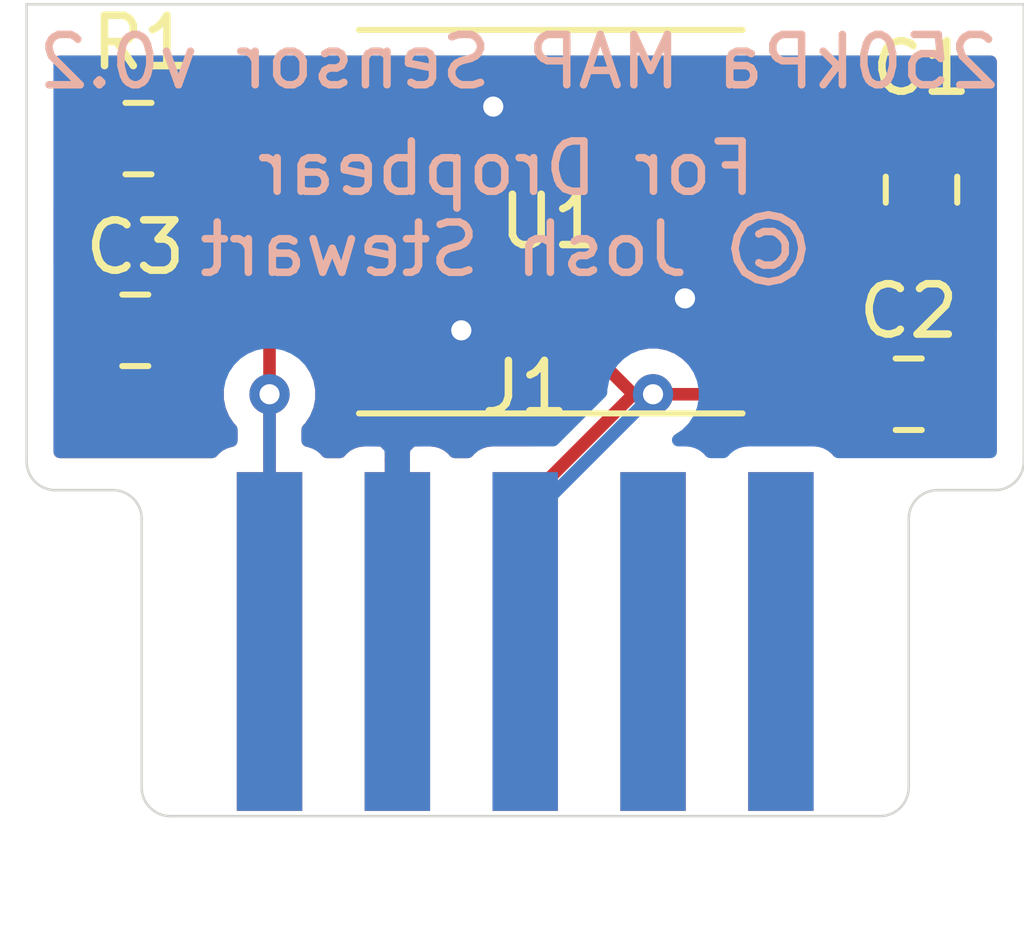
<source format=kicad_pcb>
(kicad_pcb (version 20171130) (host pcbnew "(5.1.9-0-10_14)")

  (general
    (thickness 1.6)
    (drawings 16)
    (tracks 34)
    (zones 0)
    (modules 6)
    (nets 13)
  )

  (page A4)
  (layers
    (0 F.Cu signal)
    (31 B.Cu signal)
    (32 B.Adhes user)
    (33 F.Adhes user)
    (34 B.Paste user)
    (35 F.Paste user)
    (36 B.SilkS user)
    (37 F.SilkS user)
    (38 B.Mask user)
    (39 F.Mask user)
    (40 Dwgs.User user)
    (41 Cmts.User user)
    (42 Eco1.User user)
    (43 Eco2.User user)
    (44 Edge.Cuts user)
    (45 Margin user)
    (46 B.CrtYd user)
    (47 F.CrtYd user)
    (48 B.Fab user)
    (49 F.Fab user)
  )

  (setup
    (last_trace_width 0.25)
    (trace_clearance 0.2)
    (zone_clearance 0.508)
    (zone_45_only no)
    (trace_min 0.2)
    (via_size 0.8)
    (via_drill 0.4)
    (via_min_size 0.4)
    (via_min_drill 0.3)
    (uvia_size 0.3)
    (uvia_drill 0.1)
    (uvias_allowed no)
    (uvia_min_size 0.2)
    (uvia_min_drill 0.1)
    (edge_width 0.05)
    (segment_width 0.2)
    (pcb_text_width 0.3)
    (pcb_text_size 1.5 1.5)
    (mod_edge_width 0.12)
    (mod_text_size 1 1)
    (mod_text_width 0.15)
    (pad_size 1.524 1.524)
    (pad_drill 0.762)
    (pad_to_mask_clearance 0.051)
    (solder_mask_min_width 0.25)
    (aux_axis_origin 0 0)
    (visible_elements FFFFFF7F)
    (pcbplotparams
      (layerselection 0x010fc_ffffffff)
      (usegerberextensions true)
      (usegerberattributes false)
      (usegerberadvancedattributes false)
      (creategerberjobfile false)
      (excludeedgelayer true)
      (linewidth 0.100000)
      (plotframeref false)
      (viasonmask false)
      (mode 1)
      (useauxorigin false)
      (hpglpennumber 1)
      (hpglpenspeed 20)
      (hpglpendiameter 15.000000)
      (psnegative false)
      (psa4output false)
      (plotreference true)
      (plotvalue true)
      (plotinvisibletext false)
      (padsonsilk false)
      (subtractmaskfromsilk false)
      (outputformat 1)
      (mirror false)
      (drillshape 0)
      (scaleselection 1)
      (outputdirectory "gerbers/"))
  )

  (net 0 "")
  (net 1 "Net-(J1-PadA5)")
  (net 2 GND)
  (net 3 "Net-(U1-Pad1)")
  (net 4 "Net-(U1-Pad5)")
  (net 5 "Net-(U1-Pad6)")
  (net 6 "Net-(U1-Pad7)")
  (net 7 "Net-(U1-Pad8)")
  (net 8 "Net-(J1-PadA4)")
  (net 9 "Net-(J1-PadB4)")
  (net 10 "Net-(J1-PadB5)")
  (net 11 "Net-(C1-Pad2)")
  (net 12 "Net-(C3-Pad2)")

  (net_class Default "This is the default net class."
    (clearance 0.2)
    (trace_width 0.25)
    (via_dia 0.8)
    (via_drill 0.4)
    (uvia_dia 0.3)
    (uvia_drill 0.1)
    (add_net GND)
    (add_net "Net-(C1-Pad2)")
    (add_net "Net-(C3-Pad2)")
    (add_net "Net-(J1-PadA4)")
    (add_net "Net-(J1-PadA5)")
    (add_net "Net-(J1-PadB4)")
    (add_net "Net-(J1-PadB5)")
    (add_net "Net-(U1-Pad1)")
    (add_net "Net-(U1-Pad5)")
    (add_net "Net-(U1-Pad6)")
    (add_net "Net-(U1-Pad7)")
    (add_net "Net-(U1-Pad8)")
  )

  (module Misc:Sullins_EBC05DRXN_2x05_P2.54mm_Edge (layer F.Cu) (tedit 5F5B1786) (tstamp 5F5B5676)
    (at 148.59 105.918)
    (descr "Highspeed card edge connector for PCB's with 05 contacts (not polarized)")
    (tags "conn samtec card-edge high-speed")
    (path /5F5D819F)
    (attr virtual)
    (fp_text reference J1 (at 5.08 -2.54) (layer F.SilkS)
      (effects (font (size 1 1) (thickness 0.15)))
    )
    (fp_text value EBC05DRXN_Card (at 1.27 7.62) (layer F.Fab)
      (effects (font (size 1 1) (thickness 0.15)))
    )
    (fp_line (start -2.54 4.826) (end -2.54 -0.888) (layer B.CrtYd) (width 0.12))
    (fp_line (start 12.7 4.826) (end 12.7 -0.889) (layer B.CrtYd) (width 0.12))
    (fp_line (start -2.54 -0.888) (end 12.7 -0.889) (layer B.CrtYd) (width 0.12))
    (fp_line (start -1.524 5.842) (end 11.684 5.842) (layer B.CrtYd) (width 0.12))
    (fp_line (start -2.54 -0.888) (end 12.7 -0.889) (layer F.CrtYd) (width 0.12))
    (fp_line (start 12.7 4.826) (end 12.7 -0.889) (layer F.CrtYd) (width 0.12))
    (fp_line (start -2.54 4.826) (end -2.54 -0.888) (layer F.CrtYd) (width 0.12))
    (fp_line (start -1.524 5.842) (end 11.684 5.842) (layer F.CrtYd) (width 0.12))
    (fp_arc (start -1.524 4.826) (end -2.54 4.826) (angle -90) (layer B.CrtYd) (width 0.12))
    (fp_arc (start -1.524 4.826) (end -2.54 4.826) (angle -90) (layer F.CrtYd) (width 0.12))
    (fp_arc (start 11.684 4.826) (end 11.684 5.842) (angle -90) (layer B.CrtYd) (width 0.12))
    (fp_arc (start 11.684 4.826) (end 11.684 5.842) (angle -90) (layer F.CrtYd) (width 0.12))
    (fp_text user %R (at 5.08 -2.54) (layer F.Fab)
      (effects (font (size 1 1) (thickness 0.15)))
    )
    (pad B5 connect rect (at 10.16 2.5) (size 1.3 6.73) (layers B.Cu)
      (net 10 "Net-(J1-PadB5)"))
    (pad B4 connect rect (at 7.62 2.5) (size 1.3 6.73) (layers B.Cu)
      (net 9 "Net-(J1-PadB4)"))
    (pad B3 connect rect (at 5.08 2.5) (size 1.3 6.73) (layers B.Cu)
      (net 11 "Net-(C1-Pad2)"))
    (pad B2 connect rect (at 2.54 2.5) (size 1.3 6.73) (layers B.Cu)
      (net 2 GND))
    (pad B1 connect rect (at 0 2.5) (size 1.3 6.73) (layers B.Cu)
      (net 12 "Net-(C3-Pad2)"))
    (pad A1 connect rect (at 0 2.5) (size 1.3 6.73) (layers F.Cu)
      (net 12 "Net-(C3-Pad2)"))
    (pad A2 connect rect (at 2.54 2.5) (size 1.3 6.73) (layers F.Cu)
      (net 2 GND))
    (pad A3 connect rect (at 5.08 2.5) (size 1.3 6.73) (layers F.Cu)
      (net 11 "Net-(C1-Pad2)"))
    (pad A4 connect rect (at 7.62 2.5) (size 1.3 6.73) (layers F.Cu)
      (net 8 "Net-(J1-PadA4)"))
    (pad A5 connect rect (at 10.16 2.5) (size 1.3 6.73) (layers F.Cu)
      (net 1 "Net-(J1-PadA5)"))
  )

  (module Misc:MPXH6250AC6U (layer F.Cu) (tedit 5D9D68AD) (tstamp 5F5B55C3)
    (at 154.178 100.076)
    (descr "SSOP, 8 Pin (http://www.fujitsu.com/ca/en/Images/MB85RS2MT-DS501-00023-1v0-E.pdf), generated with kicad-footprint-generator ipc_gullwing_generator.py")
    (tags "SSOP SO")
    (path /5F5BB035)
    (attr smd)
    (fp_text reference U1 (at 0 0) (layer F.SilkS)
      (effects (font (size 1 1) (thickness 0.15)))
    )
    (fp_text value MPXH6250AC6U (at 0 5.08) (layer F.Fab)
      (effects (font (size 1 1) (thickness 0.15)))
    )
    (fp_line (start 0 2.73) (end 0 2.73) (layer B.Fab) (width 0.12))
    (fp_line (start 0 3.81) (end 3.81 3.81) (layer F.SilkS) (width 0.12))
    (fp_line (start 0 3.81) (end -3.81 3.81) (layer F.SilkS) (width 0.12))
    (fp_line (start 0 -3.81) (end 3.81 -3.81) (layer F.SilkS) (width 0.12))
    (fp_line (start 0 -3.81) (end -3.81 -3.81) (layer F.SilkS) (width 0.12))
    (fp_line (start -2.81 -3.81) (end 3.81 -3.81) (layer F.Fab) (width 0.1))
    (fp_line (start 3.81 -3.81) (end 3.81 3.81) (layer F.Fab) (width 0.1))
    (fp_line (start 3.81 3.81) (end -3.81 3.81) (layer F.Fab) (width 0.1))
    (fp_line (start -3.81 3.81) (end -3.81 -2.81) (layer F.Fab) (width 0.1))
    (fp_line (start -3.81 -2.81) (end -2.81 -3.81) (layer F.Fab) (width 0.1))
    (fp_line (start -4.73 -3.81) (end -4.73 3.81) (layer F.CrtYd) (width 0.05))
    (fp_line (start -4.73 3.81) (end 4.73 3.81) (layer F.CrtYd) (width 0.05))
    (fp_line (start 4.73 3.81) (end 4.73 -3.81) (layer F.CrtYd) (width 0.05))
    (fp_line (start 4.73 -3.81) (end -4.73 -3.81) (layer F.CrtYd) (width 0.05))
    (fp_text user %R (at 0 0) (layer F.Fab)
      (effects (font (size 1 1) (thickness 0.15)))
    )
    (pad 1 smd roundrect (at -5.08 -1.905) (size 1.725 0.6) (layers F.Cu F.Paste F.Mask) (roundrect_rratio 0.25)
      (net 3 "Net-(U1-Pad1)"))
    (pad 2 smd roundrect (at -5.08 -0.635) (size 1.725 0.6) (layers F.Cu F.Paste F.Mask) (roundrect_rratio 0.25)
      (net 11 "Net-(C1-Pad2)"))
    (pad 3 smd roundrect (at -5.08 0.635) (size 1.725 0.6) (layers F.Cu F.Paste F.Mask) (roundrect_rratio 0.25)
      (net 2 GND))
    (pad 4 smd roundrect (at -5.08 1.905) (size 1.725 0.6) (layers F.Cu F.Paste F.Mask) (roundrect_rratio 0.25)
      (net 12 "Net-(C3-Pad2)"))
    (pad 5 smd roundrect (at 5.08 1.905) (size 1.725 0.6) (layers F.Cu F.Paste F.Mask) (roundrect_rratio 0.25)
      (net 4 "Net-(U1-Pad5)"))
    (pad 6 smd roundrect (at 5.08 0.635) (size 1.725 0.6) (layers F.Cu F.Paste F.Mask) (roundrect_rratio 0.25)
      (net 5 "Net-(U1-Pad6)"))
    (pad 7 smd roundrect (at 5.08 -0.635) (size 1.725 0.6) (layers F.Cu F.Paste F.Mask) (roundrect_rratio 0.25)
      (net 6 "Net-(U1-Pad7)"))
    (pad 8 smd roundrect (at 5.1 -1.905) (size 1.725 0.6) (layers F.Cu F.Paste F.Mask) (roundrect_rratio 0.25)
      (net 7 "Net-(U1-Pad8)"))
    (model ${KISYS3DMOD}/Package_SO.3dshapes/SSOP-8_5.25x5.24mm_P1.27mm.wrl
      (at (xyz 0 0 0))
      (scale (xyz 1 1 1))
      (rotate (xyz 0 0 0))
    )
  )

  (module Capacitor_SMD:C_0805_2012Metric (layer F.Cu) (tedit 5B36C52B) (tstamp 5F5B644C)
    (at 161.544 99.441 270)
    (descr "Capacitor SMD 0805 (2012 Metric), square (rectangular) end terminal, IPC_7351 nominal, (Body size source: https://docs.google.com/spreadsheets/d/1BsfQQcO9C6DZCsRaXUlFlo91Tg2WpOkGARC1WS5S8t0/edit?usp=sharing), generated with kicad-footprint-generator")
    (tags capacitor)
    (path /5DA923B8)
    (attr smd)
    (fp_text reference C1 (at -2.413 0 180) (layer F.SilkS)
      (effects (font (size 1 1) (thickness 0.15)))
    )
    (fp_text value 0.01uF (at 0 1.65 90) (layer F.Fab)
      (effects (font (size 1 1) (thickness 0.15)))
    )
    (fp_line (start -1 0.6) (end -1 -0.6) (layer F.Fab) (width 0.1))
    (fp_line (start -1 -0.6) (end 1 -0.6) (layer F.Fab) (width 0.1))
    (fp_line (start 1 -0.6) (end 1 0.6) (layer F.Fab) (width 0.1))
    (fp_line (start 1 0.6) (end -1 0.6) (layer F.Fab) (width 0.1))
    (fp_line (start -0.258578 -0.71) (end 0.258578 -0.71) (layer F.SilkS) (width 0.12))
    (fp_line (start -0.258578 0.71) (end 0.258578 0.71) (layer F.SilkS) (width 0.12))
    (fp_line (start -1.68 0.95) (end -1.68 -0.95) (layer F.CrtYd) (width 0.05))
    (fp_line (start -1.68 -0.95) (end 1.68 -0.95) (layer F.CrtYd) (width 0.05))
    (fp_line (start 1.68 -0.95) (end 1.68 0.95) (layer F.CrtYd) (width 0.05))
    (fp_line (start 1.68 0.95) (end -1.68 0.95) (layer F.CrtYd) (width 0.05))
    (fp_text user %R (at 0 0 90) (layer F.Fab)
      (effects (font (size 0.5 0.5) (thickness 0.08)))
    )
    (pad 1 smd roundrect (at -0.9375 0 270) (size 0.975 1.4) (layers F.Cu F.Paste F.Mask) (roundrect_rratio 0.25)
      (net 2 GND))
    (pad 2 smd roundrect (at 0.9375 0 270) (size 0.975 1.4) (layers F.Cu F.Paste F.Mask) (roundrect_rratio 0.25)
      (net 11 "Net-(C1-Pad2)"))
    (model ${KISYS3DMOD}/Capacitor_SMD.3dshapes/C_0805_2012Metric.wrl
      (at (xyz 0 0 0))
      (scale (xyz 1 1 1))
      (rotate (xyz 0 0 0))
    )
  )

  (module Capacitor_SMD:C_0805_2012Metric (layer F.Cu) (tedit 5B36C52B) (tstamp 5F5B5FE0)
    (at 161.29 103.505 180)
    (descr "Capacitor SMD 0805 (2012 Metric), square (rectangular) end terminal, IPC_7351 nominal, (Body size source: https://docs.google.com/spreadsheets/d/1BsfQQcO9C6DZCsRaXUlFlo91Tg2WpOkGARC1WS5S8t0/edit?usp=sharing), generated with kicad-footprint-generator")
    (tags capacitor)
    (path /5DA923B9)
    (attr smd)
    (fp_text reference C2 (at 0 1.651) (layer F.SilkS)
      (effects (font (size 1 1) (thickness 0.15)))
    )
    (fp_text value 1uF (at 0 1.65) (layer F.Fab)
      (effects (font (size 1 1) (thickness 0.15)))
    )
    (fp_line (start 1.68 0.95) (end -1.68 0.95) (layer F.CrtYd) (width 0.05))
    (fp_line (start 1.68 -0.95) (end 1.68 0.95) (layer F.CrtYd) (width 0.05))
    (fp_line (start -1.68 -0.95) (end 1.68 -0.95) (layer F.CrtYd) (width 0.05))
    (fp_line (start -1.68 0.95) (end -1.68 -0.95) (layer F.CrtYd) (width 0.05))
    (fp_line (start -0.258578 0.71) (end 0.258578 0.71) (layer F.SilkS) (width 0.12))
    (fp_line (start -0.258578 -0.71) (end 0.258578 -0.71) (layer F.SilkS) (width 0.12))
    (fp_line (start 1 0.6) (end -1 0.6) (layer F.Fab) (width 0.1))
    (fp_line (start 1 -0.6) (end 1 0.6) (layer F.Fab) (width 0.1))
    (fp_line (start -1 -0.6) (end 1 -0.6) (layer F.Fab) (width 0.1))
    (fp_line (start -1 0.6) (end -1 -0.6) (layer F.Fab) (width 0.1))
    (fp_text user %R (at 0 0) (layer F.Fab)
      (effects (font (size 0.5 0.5) (thickness 0.08)))
    )
    (pad 2 smd roundrect (at 0.9375 0 180) (size 0.975 1.4) (layers F.Cu F.Paste F.Mask) (roundrect_rratio 0.25)
      (net 11 "Net-(C1-Pad2)"))
    (pad 1 smd roundrect (at -0.9375 0 180) (size 0.975 1.4) (layers F.Cu F.Paste F.Mask) (roundrect_rratio 0.25)
      (net 2 GND))
    (model ${KISYS3DMOD}/Capacitor_SMD.3dshapes/C_0805_2012Metric.wrl
      (at (xyz 0 0 0))
      (scale (xyz 1 1 1))
      (rotate (xyz 0 0 0))
    )
  )

  (module Capacitor_SMD:C_0805_2012Metric (layer F.Cu) (tedit 5B36C52B) (tstamp 5F5B5FF1)
    (at 145.923 102.235)
    (descr "Capacitor SMD 0805 (2012 Metric), square (rectangular) end terminal, IPC_7351 nominal, (Body size source: https://docs.google.com/spreadsheets/d/1BsfQQcO9C6DZCsRaXUlFlo91Tg2WpOkGARC1WS5S8t0/edit?usp=sharing), generated with kicad-footprint-generator")
    (tags capacitor)
    (path /5DA923F3)
    (attr smd)
    (fp_text reference C3 (at 0 -1.65) (layer F.SilkS)
      (effects (font (size 1 1) (thickness 0.15)))
    )
    (fp_text value 47pF (at 0 1.65) (layer F.Fab)
      (effects (font (size 1 1) (thickness 0.15)))
    )
    (fp_line (start -1 0.6) (end -1 -0.6) (layer F.Fab) (width 0.1))
    (fp_line (start -1 -0.6) (end 1 -0.6) (layer F.Fab) (width 0.1))
    (fp_line (start 1 -0.6) (end 1 0.6) (layer F.Fab) (width 0.1))
    (fp_line (start 1 0.6) (end -1 0.6) (layer F.Fab) (width 0.1))
    (fp_line (start -0.258578 -0.71) (end 0.258578 -0.71) (layer F.SilkS) (width 0.12))
    (fp_line (start -0.258578 0.71) (end 0.258578 0.71) (layer F.SilkS) (width 0.12))
    (fp_line (start -1.68 0.95) (end -1.68 -0.95) (layer F.CrtYd) (width 0.05))
    (fp_line (start -1.68 -0.95) (end 1.68 -0.95) (layer F.CrtYd) (width 0.05))
    (fp_line (start 1.68 -0.95) (end 1.68 0.95) (layer F.CrtYd) (width 0.05))
    (fp_line (start 1.68 0.95) (end -1.68 0.95) (layer F.CrtYd) (width 0.05))
    (fp_text user %R (at 0 0) (layer F.Fab)
      (effects (font (size 0.5 0.5) (thickness 0.08)))
    )
    (pad 1 smd roundrect (at -0.9375 0) (size 0.975 1.4) (layers F.Cu F.Paste F.Mask) (roundrect_rratio 0.25)
      (net 2 GND))
    (pad 2 smd roundrect (at 0.9375 0) (size 0.975 1.4) (layers F.Cu F.Paste F.Mask) (roundrect_rratio 0.25)
      (net 12 "Net-(C3-Pad2)"))
    (model ${KISYS3DMOD}/Capacitor_SMD.3dshapes/C_0805_2012Metric.wrl
      (at (xyz 0 0 0))
      (scale (xyz 1 1 1))
      (rotate (xyz 0 0 0))
    )
  )

  (module Resistor_SMD:R_0805_2012Metric (layer F.Cu) (tedit 5B36C52B) (tstamp 5F5B6002)
    (at 145.9865 98.425 180)
    (descr "Resistor SMD 0805 (2012 Metric), square (rectangular) end terminal, IPC_7351 nominal, (Body size source: https://docs.google.com/spreadsheets/d/1BsfQQcO9C6DZCsRaXUlFlo91Tg2WpOkGARC1WS5S8t0/edit?usp=sharing), generated with kicad-footprint-generator")
    (tags resistor)
    (path /5DA923F4)
    (attr smd)
    (fp_text reference R1 (at -0.0635 1.905) (layer F.SilkS)
      (effects (font (size 1 1) (thickness 0.15)))
    )
    (fp_text value 51K (at 0 1.65) (layer F.Fab)
      (effects (font (size 1 1) (thickness 0.15)))
    )
    (fp_line (start -1 0.6) (end -1 -0.6) (layer F.Fab) (width 0.1))
    (fp_line (start -1 -0.6) (end 1 -0.6) (layer F.Fab) (width 0.1))
    (fp_line (start 1 -0.6) (end 1 0.6) (layer F.Fab) (width 0.1))
    (fp_line (start 1 0.6) (end -1 0.6) (layer F.Fab) (width 0.1))
    (fp_line (start -0.258578 -0.71) (end 0.258578 -0.71) (layer F.SilkS) (width 0.12))
    (fp_line (start -0.258578 0.71) (end 0.258578 0.71) (layer F.SilkS) (width 0.12))
    (fp_line (start -1.68 0.95) (end -1.68 -0.95) (layer F.CrtYd) (width 0.05))
    (fp_line (start -1.68 -0.95) (end 1.68 -0.95) (layer F.CrtYd) (width 0.05))
    (fp_line (start 1.68 -0.95) (end 1.68 0.95) (layer F.CrtYd) (width 0.05))
    (fp_line (start 1.68 0.95) (end -1.68 0.95) (layer F.CrtYd) (width 0.05))
    (fp_text user %R (at 0 0) (layer F.Fab)
      (effects (font (size 0.5 0.5) (thickness 0.08)))
    )
    (pad 1 smd roundrect (at -0.9375 0 180) (size 0.975 1.4) (layers F.Cu F.Paste F.Mask) (roundrect_rratio 0.25)
      (net 12 "Net-(C3-Pad2)"))
    (pad 2 smd roundrect (at 0.9375 0 180) (size 0.975 1.4) (layers F.Cu F.Paste F.Mask) (roundrect_rratio 0.25)
      (net 2 GND))
    (model ${KISYS3DMOD}/Resistor_SMD.3dshapes/R_0805_2012Metric.wrl
      (at (xyz 0 0 0))
      (scale (xyz 1 1 1))
      (rotate (xyz 0 0 0))
    )
  )

  (gr_text "For Dropbear\n© Josh Stewart" (at 153.289 99.822) (layer B.SilkS)
    (effects (font (size 1 1) (thickness 0.15)) (justify mirror))
  )
  (gr_text "250kPa MAP Sensor v0.2" (at 153.543 96.901) (layer B.SilkS)
    (effects (font (size 1 1) (thickness 0.15)) (justify mirror))
  )
  (gr_arc (start 144.3355 104.8385) (end 143.764 104.8385) (angle -90) (layer Edge.Cuts) (width 0.05) (tstamp 5F5B5F16))
  (gr_arc (start 145.4785 105.9815) (end 146.05 105.9815) (angle -90) (layer Edge.Cuts) (width 0.05) (tstamp 5F5B5EF3))
  (gr_arc (start 146.6215 111.3155) (end 146.05 111.3155) (angle -90) (layer Edge.Cuts) (width 0.05) (tstamp 5F5B5BD2))
  (gr_arc (start 163.0045 104.8385) (end 163.0045 105.41) (angle -90) (layer Edge.Cuts) (width 0.05) (tstamp 5F5B5BC8))
  (gr_arc (start 161.8615 105.9815) (end 161.8615 105.41) (angle -90) (layer Edge.Cuts) (width 0.05) (tstamp 5F5B5BA5))
  (gr_arc (start 160.7185 111.3155) (end 160.7185 111.887) (angle -90) (layer Edge.Cuts) (width 0.05))
  (gr_line (start 143.764 95.758) (end 143.764 104.8385) (layer Edge.Cuts) (width 0.05) (tstamp 5F5B5615))
  (gr_line (start 163.576 95.758) (end 143.764 95.758) (layer Edge.Cuts) (width 0.05))
  (gr_line (start 163.576 104.8385) (end 163.576 95.758) (layer Edge.Cuts) (width 0.05))
  (gr_line (start 161.8615 105.41) (end 163.0045 105.41) (layer Edge.Cuts) (width 0.05))
  (gr_line (start 161.29 111.3155) (end 161.29 105.9815) (layer Edge.Cuts) (width 0.05))
  (gr_line (start 146.6215 111.887) (end 160.7185 111.887) (layer Edge.Cuts) (width 0.05))
  (gr_line (start 146.05 105.9815) (end 146.05 111.3155) (layer Edge.Cuts) (width 0.05))
  (gr_line (start 144.3355 105.41) (end 145.4785 105.41) (layer Edge.Cuts) (width 0.05))

  (segment (start 151.13 104.803) (end 151.13 108.418) (width 0.5) (layer F.Cu) (net 2))
  (segment (start 151.13 101.6) (end 151.13 104.803) (width 0.5) (layer F.Cu) (net 2))
  (segment (start 150.495 100.965) (end 151.13 101.6) (width 0.5) (layer F.Cu) (net 2))
  (segment (start 149.352 100.965) (end 150.495 100.965) (width 0.5) (layer F.Cu) (net 2))
  (segment (start 149.098 100.711) (end 149.352 100.965) (width 0.5) (layer F.Cu) (net 2))
  (via (at 153.035 97.79) (size 0.8) (drill 0.4) (layers F.Cu B.Cu) (net 2))
  (via (at 156.845 101.6) (size 0.8) (drill 0.4) (layers F.Cu B.Cu) (net 2))
  (via (at 152.4 102.235) (size 0.8) (drill 0.4) (layers F.Cu B.Cu) (net 2))
  (segment (start 152.4 102.235) (end 152.4 102.87) (width 0.5) (layer B.Cu) (net 2))
  (segment (start 151.13 104.14) (end 151.13 108.418) (width 0.5) (layer B.Cu) (net 2))
  (segment (start 152.4 102.87) (end 151.13 104.14) (width 0.5) (layer B.Cu) (net 2))
  (segment (start 153.67 105.653) (end 153.67 108.418) (width 0.25) (layer F.Cu) (net 11))
  (segment (start 155.818 103.505) (end 153.67 105.653) (width 0.25) (layer F.Cu) (net 11))
  (segment (start 160.3525 103.505) (end 156.21 103.505) (width 0.25) (layer F.Cu) (net 11))
  (segment (start 151.754 99.441) (end 150.0605 99.441) (width 0.25) (layer F.Cu) (net 11))
  (segment (start 150.0605 99.441) (end 149.098 99.441) (width 0.25) (layer F.Cu) (net 11))
  (segment (start 155.818 103.505) (end 151.754 99.441) (width 0.25) (layer F.Cu) (net 11))
  (segment (start 156.21 103.505) (end 155.818 103.505) (width 0.25) (layer F.Cu) (net 11) (tstamp 5F5B6398))
  (via (at 156.21 103.505) (size 0.8) (drill 0.4) (layers F.Cu B.Cu) (net 11))
  (segment (start 153.67 106.045) (end 153.67 108.418) (width 0.25) (layer B.Cu) (net 11))
  (segment (start 156.21 103.505) (end 153.67 106.045) (width 0.25) (layer B.Cu) (net 11))
  (segment (start 160.908737 102.948763) (end 160.3525 103.505) (width 0.25) (layer F.Cu) (net 11))
  (segment (start 160.987763 102.869737) (end 160.908737 102.948763) (width 0.25) (layer F.Cu) (net 11))
  (segment (start 160.987763 100.934737) (end 160.987763 102.869737) (width 0.25) (layer F.Cu) (net 11))
  (segment (start 161.544 100.3785) (end 160.987763 100.934737) (width 0.25) (layer F.Cu) (net 11))
  (segment (start 146.924 102.1715) (end 146.8605 102.235) (width 0.25) (layer F.Cu) (net 12))
  (segment (start 146.924 98.425) (end 146.924 102.1715) (width 0.25) (layer F.Cu) (net 12))
  (segment (start 148.844 102.235) (end 149.098 101.981) (width 0.25) (layer F.Cu) (net 12))
  (segment (start 146.8605 102.235) (end 148.844 102.235) (width 0.25) (layer F.Cu) (net 12))
  (segment (start 148.59 102.489) (end 148.59 103.505) (width 0.25) (layer F.Cu) (net 12))
  (segment (start 149.098 101.981) (end 148.59 102.489) (width 0.25) (layer F.Cu) (net 12))
  (segment (start 148.59 103.505) (end 148.59 108.418) (width 0.25) (layer F.Cu) (net 12) (tstamp 5F5B6376))
  (via (at 148.59 103.505) (size 0.8) (drill 0.4) (layers F.Cu B.Cu) (net 12))
  (segment (start 148.59 103.505) (end 148.59 108.418) (width 0.25) (layer B.Cu) (net 12))

  (zone (net 2) (net_name GND) (layer F.Cu) (tstamp 6167B6C7) (hatch edge 0.508)
    (connect_pads (clearance 0.508))
    (min_thickness 0.254)
    (fill yes (arc_segments 32) (thermal_gap 0.508) (thermal_bridge_width 0.508))
    (polygon
      (pts
        (xy 163.195 96.774) (xy 144.145 96.774) (xy 144.145 104.775) (xy 163.195 104.775)
      )
    )
    (filled_polygon
      (pts
        (xy 162.916 102.2024) (xy 162.839482 102.179188) (xy 162.715 102.166928) (xy 162.51325 102.17) (xy 162.3545 102.32875)
        (xy 162.3545 103.378) (xy 162.3745 103.378) (xy 162.3745 103.632) (xy 162.3545 103.632) (xy 162.3545 103.652)
        (xy 162.1005 103.652) (xy 162.1005 103.632) (xy 162.0805 103.632) (xy 162.0805 103.378) (xy 162.1005 103.378)
        (xy 162.1005 102.32875) (xy 161.94175 102.17) (xy 161.747763 102.167046) (xy 161.747763 101.504072) (xy 162.00025 101.504072)
        (xy 162.172285 101.487128) (xy 162.337709 101.436947) (xy 162.490164 101.355458) (xy 162.623792 101.245792) (xy 162.733458 101.112164)
        (xy 162.814947 100.959709) (xy 162.865128 100.794285) (xy 162.882072 100.62225) (xy 162.882072 100.13475) (xy 162.865128 99.962715)
        (xy 162.814947 99.797291) (xy 162.733458 99.644836) (xy 162.623792 99.511208) (xy 162.617436 99.505992) (xy 162.695185 99.442185)
        (xy 162.774537 99.345494) (xy 162.833502 99.23518) (xy 162.869812 99.115482) (xy 162.882072 98.991) (xy 162.879 98.78925)
        (xy 162.72025 98.6305) (xy 161.671 98.6305) (xy 161.671 98.6505) (xy 161.417 98.6505) (xy 161.417 98.6305)
        (xy 161.397 98.6305) (xy 161.397 98.3765) (xy 161.417 98.3765) (xy 161.417 97.53975) (xy 161.671 97.53975)
        (xy 161.671 98.3765) (xy 162.72025 98.3765) (xy 162.879 98.21775) (xy 162.882072 98.016) (xy 162.869812 97.891518)
        (xy 162.833502 97.77182) (xy 162.774537 97.661506) (xy 162.695185 97.564815) (xy 162.598494 97.485463) (xy 162.48818 97.426498)
        (xy 162.368482 97.390188) (xy 162.244 97.377928) (xy 161.82975 97.381) (xy 161.671 97.53975) (xy 161.417 97.53975)
        (xy 161.25825 97.381) (xy 160.844 97.377928) (xy 160.719518 97.390188) (xy 160.59982 97.426498) (xy 160.540801 97.458045)
        (xy 160.428329 97.365742) (xy 160.292082 97.292916) (xy 160.144245 97.248071) (xy 159.9905 97.232928) (xy 158.5655 97.232928)
        (xy 158.411755 97.248071) (xy 158.263918 97.292916) (xy 158.127671 97.365742) (xy 158.008249 97.463749) (xy 157.910242 97.583171)
        (xy 157.837416 97.719418) (xy 157.792571 97.867255) (xy 157.777428 98.021) (xy 157.777428 98.321) (xy 157.792571 98.474745)
        (xy 157.837416 98.622582) (xy 157.910242 98.758829) (xy 157.938954 98.793815) (xy 157.890242 98.853171) (xy 157.817416 98.989418)
        (xy 157.772571 99.137255) (xy 157.757428 99.291) (xy 157.757428 99.591) (xy 157.772571 99.744745) (xy 157.817416 99.892582)
        (xy 157.890242 100.028829) (xy 157.928954 100.076) (xy 157.890242 100.123171) (xy 157.817416 100.259418) (xy 157.772571 100.407255)
        (xy 157.757428 100.561) (xy 157.757428 100.861) (xy 157.772571 101.014745) (xy 157.817416 101.162582) (xy 157.890242 101.298829)
        (xy 157.928954 101.346) (xy 157.890242 101.393171) (xy 157.817416 101.529418) (xy 157.772571 101.677255) (xy 157.757428 101.831)
        (xy 157.757428 102.131) (xy 157.772571 102.284745) (xy 157.817416 102.432582) (xy 157.890242 102.568829) (xy 157.988249 102.688251)
        (xy 158.057398 102.745) (xy 156.913711 102.745) (xy 156.869774 102.701063) (xy 156.700256 102.587795) (xy 156.511898 102.509774)
        (xy 156.311939 102.47) (xy 156.108061 102.47) (xy 155.908102 102.509774) (xy 155.900659 102.512857) (xy 152.317804 98.930003)
        (xy 152.294001 98.900999) (xy 152.178276 98.806026) (xy 152.046247 98.735454) (xy 151.902986 98.691997) (xy 151.791333 98.681)
        (xy 151.791322 98.681) (xy 151.754 98.677324) (xy 151.716678 98.681) (xy 150.507359 98.681) (xy 150.538584 98.622582)
        (xy 150.583429 98.474745) (xy 150.598572 98.321) (xy 150.598572 98.021) (xy 150.583429 97.867255) (xy 150.538584 97.719418)
        (xy 150.465758 97.583171) (xy 150.367751 97.463749) (xy 150.248329 97.365742) (xy 150.112082 97.292916) (xy 149.964245 97.248071)
        (xy 149.8105 97.232928) (xy 148.3855 97.232928) (xy 148.231755 97.248071) (xy 148.083918 97.292916) (xy 147.947671 97.365742)
        (xy 147.864297 97.434165) (xy 147.791292 97.345208) (xy 147.657664 97.235542) (xy 147.505209 97.154053) (xy 147.339785 97.103872)
        (xy 147.16775 97.086928) (xy 146.68025 97.086928) (xy 146.508215 97.103872) (xy 146.342791 97.154053) (xy 146.190336 97.235542)
        (xy 146.056708 97.345208) (xy 146.051492 97.351564) (xy 145.987685 97.273815) (xy 145.890994 97.194463) (xy 145.78068 97.135498)
        (xy 145.660982 97.099188) (xy 145.5365 97.086928) (xy 145.33475 97.09) (xy 145.176 97.24875) (xy 145.176 98.298)
        (xy 145.196 98.298) (xy 145.196 98.552) (xy 145.176 98.552) (xy 145.176 99.60125) (xy 145.33475 99.76)
        (xy 145.5365 99.763072) (xy 145.660982 99.750812) (xy 145.78068 99.714502) (xy 145.890994 99.655537) (xy 145.987685 99.576185)
        (xy 146.051492 99.498436) (xy 146.056708 99.504792) (xy 146.164 99.592845) (xy 146.164001 101.025677) (xy 146.126836 101.045542)
        (xy 145.993208 101.155208) (xy 145.987992 101.161564) (xy 145.924185 101.083815) (xy 145.827494 101.004463) (xy 145.71718 100.945498)
        (xy 145.597482 100.909188) (xy 145.473 100.896928) (xy 145.27125 100.9) (xy 145.1125 101.05875) (xy 145.1125 102.108)
        (xy 145.1325 102.108) (xy 145.1325 102.362) (xy 145.1125 102.362) (xy 145.1125 103.41125) (xy 145.27125 103.57)
        (xy 145.473 103.573072) (xy 145.597482 103.560812) (xy 145.71718 103.524502) (xy 145.827494 103.465537) (xy 145.924185 103.386185)
        (xy 145.987992 103.308436) (xy 145.993208 103.314792) (xy 146.126836 103.424458) (xy 146.279291 103.505947) (xy 146.444715 103.556128)
        (xy 146.61675 103.573072) (xy 147.10425 103.573072) (xy 147.276285 103.556128) (xy 147.441709 103.505947) (xy 147.555 103.445392)
        (xy 147.555 103.606939) (xy 147.594774 103.806898) (xy 147.672795 103.995256) (xy 147.786063 104.164774) (xy 147.83 104.208711)
        (xy 147.83 104.425762) (xy 147.815518 104.427188) (xy 147.69582 104.463498) (xy 147.585506 104.522463) (xy 147.488815 104.601815)
        (xy 147.450912 104.648) (xy 144.424 104.648) (xy 144.424 103.565784) (xy 144.498 103.573072) (xy 144.69975 103.57)
        (xy 144.8585 103.41125) (xy 144.8585 102.362) (xy 144.8385 102.362) (xy 144.8385 102.108) (xy 144.8585 102.108)
        (xy 144.8585 101.05875) (xy 144.69975 100.9) (xy 144.498 100.896928) (xy 144.424 100.904216) (xy 144.424 99.746863)
        (xy 144.437018 99.750812) (xy 144.5615 99.763072) (xy 144.76325 99.76) (xy 144.922 99.60125) (xy 144.922 98.552)
        (xy 144.902 98.552) (xy 144.902 98.298) (xy 144.922 98.298) (xy 144.922 97.24875) (xy 144.76325 97.09)
        (xy 144.5615 97.086928) (xy 144.437018 97.099188) (xy 144.424 97.103137) (xy 144.424 96.901) (xy 162.916001 96.901)
      )
    )
    (filled_polygon
      (pts
        (xy 154.743198 103.505) (xy 153.833271 104.414928) (xy 153.02 104.414928) (xy 152.895518 104.427188) (xy 152.77582 104.463498)
        (xy 152.665506 104.522463) (xy 152.568815 104.601815) (xy 152.530912 104.648) (xy 152.269088 104.648) (xy 152.231185 104.601815)
        (xy 152.134494 104.522463) (xy 152.02418 104.463498) (xy 151.904482 104.427188) (xy 151.78 104.414928) (xy 151.41575 104.418)
        (xy 151.257 104.57675) (xy 151.257 104.648) (xy 151.003 104.648) (xy 151.003 104.57675) (xy 150.84425 104.418)
        (xy 150.48 104.414928) (xy 150.355518 104.427188) (xy 150.23582 104.463498) (xy 150.125506 104.522463) (xy 150.028815 104.601815)
        (xy 149.990912 104.648) (xy 149.729088 104.648) (xy 149.691185 104.601815) (xy 149.594494 104.522463) (xy 149.48418 104.463498)
        (xy 149.364482 104.427188) (xy 149.35 104.425762) (xy 149.35 104.208711) (xy 149.393937 104.164774) (xy 149.507205 103.995256)
        (xy 149.585226 103.806898) (xy 149.625 103.606939) (xy 149.625 103.403061) (xy 149.585226 103.203102) (xy 149.507205 103.014744)
        (xy 149.443279 102.919072) (xy 149.8105 102.919072) (xy 149.964245 102.903929) (xy 150.112082 102.859084) (xy 150.248329 102.786258)
        (xy 150.367751 102.688251) (xy 150.465758 102.568829) (xy 150.538584 102.432582) (xy 150.583429 102.284745) (xy 150.598572 102.131)
        (xy 150.598572 101.831) (xy 150.583429 101.677255) (xy 150.538584 101.529418) (xy 150.46677 101.395064) (xy 150.491037 101.365494)
        (xy 150.550002 101.25518) (xy 150.586312 101.135482) (xy 150.598572 101.011) (xy 150.5955 100.99675) (xy 150.43675 100.838)
        (xy 149.225 100.838) (xy 149.225 100.858) (xy 148.971 100.858) (xy 148.971 100.838) (xy 148.951 100.838)
        (xy 148.951 100.584) (xy 148.971 100.584) (xy 148.971 100.564) (xy 149.225 100.564) (xy 149.225 100.584)
        (xy 150.43675 100.584) (xy 150.5955 100.42525) (xy 150.598572 100.411) (xy 150.586312 100.286518) (xy 150.56037 100.201)
        (xy 151.439199 100.201)
      )
    )
  )
  (zone (net 2) (net_name GND) (layer B.Cu) (tstamp 6167B6C4) (hatch edge 0.508)
    (connect_pads (clearance 0.508))
    (min_thickness 0.254)
    (fill yes (arc_segments 32) (thermal_gap 0.508) (thermal_bridge_width 0.508))
    (polygon
      (pts
        (xy 163.195 96.774) (xy 144.145 96.774) (xy 144.145 104.775) (xy 163.195 104.775)
      )
    )
    (filled_polygon
      (pts
        (xy 162.916 104.648) (xy 159.889088 104.648) (xy 159.851185 104.601815) (xy 159.754494 104.522463) (xy 159.64418 104.463498)
        (xy 159.524482 104.427188) (xy 159.4 104.414928) (xy 158.1 104.414928) (xy 157.975518 104.427188) (xy 157.85582 104.463498)
        (xy 157.745506 104.522463) (xy 157.648815 104.601815) (xy 157.610912 104.648) (xy 157.349088 104.648) (xy 157.311185 104.601815)
        (xy 157.214494 104.522463) (xy 157.10418 104.463498) (xy 156.984482 104.427188) (xy 156.86 104.414928) (xy 156.711147 104.414928)
        (xy 156.869774 104.308937) (xy 157.013937 104.164774) (xy 157.127205 103.995256) (xy 157.205226 103.806898) (xy 157.245 103.606939)
        (xy 157.245 103.403061) (xy 157.205226 103.203102) (xy 157.127205 103.014744) (xy 157.013937 102.845226) (xy 156.869774 102.701063)
        (xy 156.700256 102.587795) (xy 156.511898 102.509774) (xy 156.311939 102.47) (xy 156.108061 102.47) (xy 155.908102 102.509774)
        (xy 155.719744 102.587795) (xy 155.550226 102.701063) (xy 155.406063 102.845226) (xy 155.292795 103.014744) (xy 155.214774 103.203102)
        (xy 155.175 103.403061) (xy 155.175 103.465197) (xy 154.22527 104.414928) (xy 153.02 104.414928) (xy 152.895518 104.427188)
        (xy 152.77582 104.463498) (xy 152.665506 104.522463) (xy 152.568815 104.601815) (xy 152.530912 104.648) (xy 152.269088 104.648)
        (xy 152.231185 104.601815) (xy 152.134494 104.522463) (xy 152.02418 104.463498) (xy 151.904482 104.427188) (xy 151.78 104.414928)
        (xy 151.41575 104.418) (xy 151.257 104.57675) (xy 151.257 104.648) (xy 151.003 104.648) (xy 151.003 104.57675)
        (xy 150.84425 104.418) (xy 150.48 104.414928) (xy 150.355518 104.427188) (xy 150.23582 104.463498) (xy 150.125506 104.522463)
        (xy 150.028815 104.601815) (xy 149.990912 104.648) (xy 149.729088 104.648) (xy 149.691185 104.601815) (xy 149.594494 104.522463)
        (xy 149.48418 104.463498) (xy 149.364482 104.427188) (xy 149.35 104.425762) (xy 149.35 104.208711) (xy 149.393937 104.164774)
        (xy 149.507205 103.995256) (xy 149.585226 103.806898) (xy 149.625 103.606939) (xy 149.625 103.403061) (xy 149.585226 103.203102)
        (xy 149.507205 103.014744) (xy 149.393937 102.845226) (xy 149.249774 102.701063) (xy 149.080256 102.587795) (xy 148.891898 102.509774)
        (xy 148.691939 102.47) (xy 148.488061 102.47) (xy 148.288102 102.509774) (xy 148.099744 102.587795) (xy 147.930226 102.701063)
        (xy 147.786063 102.845226) (xy 147.672795 103.014744) (xy 147.594774 103.203102) (xy 147.555 103.403061) (xy 147.555 103.606939)
        (xy 147.594774 103.806898) (xy 147.672795 103.995256) (xy 147.786063 104.164774) (xy 147.83 104.208711) (xy 147.83 104.425762)
        (xy 147.815518 104.427188) (xy 147.69582 104.463498) (xy 147.585506 104.522463) (xy 147.488815 104.601815) (xy 147.450912 104.648)
        (xy 144.424 104.648) (xy 144.424 96.901) (xy 162.916001 96.901)
      )
    )
  )
  (zone (net 0) (net_name "") (layer B.Mask) (tstamp 6167B6C1) (hatch edge 0.508)
    (connect_pads (clearance 0.508))
    (min_thickness 0.254)
    (fill yes (arc_segments 32) (thermal_gap 0.508) (thermal_bridge_width 0.508))
    (polygon
      (pts
        (xy 160.655 105.156) (xy 160.655 111.76) (xy 146.685 111.76) (xy 146.685 105.156)
      )
    )
    (filled_polygon
      (pts
        (xy 160.528 111.633) (xy 146.812 111.633) (xy 146.812 105.283) (xy 160.528 105.283)
      )
    )
  )
  (zone (net 0) (net_name "") (layer F.Mask) (tstamp 6167B6BE) (hatch edge 0.508)
    (connect_pads (clearance 0.508))
    (min_thickness 0.254)
    (fill yes (arc_segments 32) (thermal_gap 0.508) (thermal_bridge_width 0.508))
    (polygon
      (pts
        (xy 160.655 105.156) (xy 160.655 111.76) (xy 146.685 111.76) (xy 146.685 105.156)
      )
    )
    (filled_polygon
      (pts
        (xy 160.528 111.633) (xy 146.812 111.633) (xy 146.812 105.283) (xy 160.528 105.283)
      )
    )
  )
)

</source>
